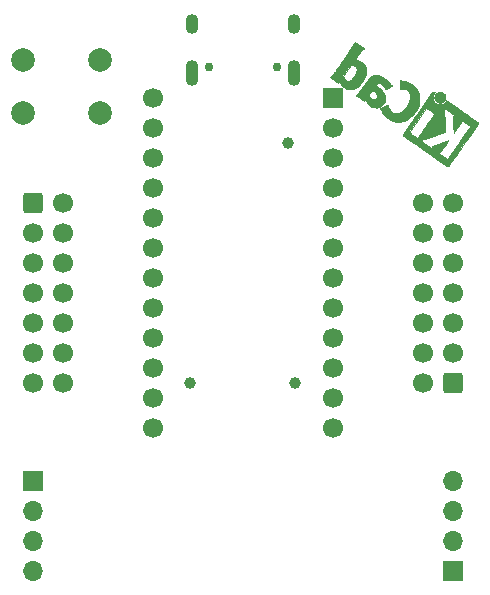
<source format=gbs>
%TF.GenerationSoftware,KiCad,Pcbnew,(6.0.6-1)-1*%
%TF.CreationDate,2022-07-19T11:21:11+08:00*%
%TF.ProjectId,Control,436f6e74-726f-46c2-9e6b-696361645f70,V3.2.2*%
%TF.SameCoordinates,PX7df6180PY32de760*%
%TF.FileFunction,Soldermask,Bot*%
%TF.FilePolarity,Negative*%
%FSLAX46Y46*%
G04 Gerber Fmt 4.6, Leading zero omitted, Abs format (unit mm)*
G04 Created by KiCad (PCBNEW (6.0.6-1)-1) date 2022-07-19 11:21:11*
%MOMM*%
%LPD*%
G01*
G04 APERTURE LIST*
G04 Aperture macros list*
%AMRoundRect*
0 Rectangle with rounded corners*
0 $1 Rounding radius*
0 $2 $3 $4 $5 $6 $7 $8 $9 X,Y pos of 4 corners*
0 Add a 4 corners polygon primitive as box body*
4,1,4,$2,$3,$4,$5,$6,$7,$8,$9,$2,$3,0*
0 Add four circle primitives for the rounded corners*
1,1,$1+$1,$2,$3*
1,1,$1+$1,$4,$5*
1,1,$1+$1,$6,$7*
1,1,$1+$1,$8,$9*
0 Add four rect primitives between the rounded corners*
20,1,$1+$1,$2,$3,$4,$5,0*
20,1,$1+$1,$4,$5,$6,$7,0*
20,1,$1+$1,$6,$7,$8,$9,0*
20,1,$1+$1,$8,$9,$2,$3,0*%
G04 Aperture macros list end*
%ADD10C,0.010000*%
%ADD11RoundRect,0.250000X-0.600000X-0.600000X0.600000X-0.600000X0.600000X0.600000X-0.600000X0.600000X0*%
%ADD12C,1.700000*%
%ADD13RoundRect,0.250000X0.600000X0.600000X-0.600000X0.600000X-0.600000X-0.600000X0.600000X-0.600000X0*%
%ADD14C,2.000000*%
%ADD15R,1.700000X1.700000*%
%ADD16O,1.700000X1.700000*%
%ADD17C,1.000000*%
%ADD18C,0.750000*%
%ADD19O,1.100000X1.700000*%
%ADD20O,1.100000X2.200000*%
G04 APERTURE END LIST*
%TO.C,REF\u002A\u002A*%
G36*
X19543760Y-432368D02*
G01*
X19523914Y-459850D01*
X19478015Y-519073D01*
X19436106Y-565659D01*
X19393547Y-604934D01*
X19284874Y-682770D01*
X19167605Y-740562D01*
X19044073Y-777227D01*
X18915495Y-792616D01*
X18783088Y-786589D01*
X18648070Y-759000D01*
X18511656Y-709703D01*
X18478702Y-693603D01*
X18410574Y-653178D01*
X18338041Y-602796D01*
X18267369Y-547223D01*
X18204822Y-491228D01*
X18156667Y-439579D01*
X18103179Y-365223D01*
X18044523Y-257385D01*
X18003520Y-146255D01*
X17981904Y-68876D01*
X17924131Y-145698D01*
X17866357Y-222520D01*
X17519943Y20041D01*
X17511011Y26300D01*
X17433787Y80746D01*
X17363184Y131115D01*
X17301192Y175945D01*
X17249801Y213772D01*
X17210999Y243132D01*
X17186780Y262564D01*
X17179131Y270604D01*
X17179412Y270968D01*
X17194097Y279672D01*
X17220156Y289307D01*
X17226794Y291291D01*
X17243888Y296451D01*
X17259396Y301976D01*
X17274368Y309149D01*
X17289859Y319258D01*
X17306921Y333585D01*
X17308640Y335317D01*
X18313157Y335317D01*
X18317335Y263404D01*
X18319028Y243615D01*
X18332927Y181839D01*
X18362059Y117702D01*
X18367807Y107357D01*
X18389882Y71274D01*
X18412736Y42864D01*
X18442420Y15467D01*
X18484984Y-17575D01*
X18499584Y-28293D01*
X18562949Y-69190D01*
X18619534Y-94260D01*
X18674845Y-105420D01*
X18734380Y-104593D01*
X18741054Y-103879D01*
X18812670Y-86103D01*
X18872369Y-49987D01*
X18923029Y6161D01*
X18958167Y68952D01*
X18974077Y134779D01*
X18970789Y207748D01*
X18952722Y277714D01*
X18916250Y351896D01*
X18861237Y424230D01*
X18786407Y496362D01*
X18690487Y569940D01*
X18683198Y575025D01*
X18637403Y606118D01*
X18597914Y631531D01*
X18568736Y648759D01*
X18553877Y655302D01*
X18546821Y652348D01*
X18530545Y636724D01*
X18505680Y606387D01*
X18471056Y559885D01*
X18425507Y495769D01*
X18313157Y335317D01*
X17308640Y335317D01*
X17326607Y353416D01*
X17349969Y380036D01*
X17378062Y414729D01*
X17411936Y458780D01*
X17452644Y513475D01*
X17501240Y580098D01*
X17558777Y659933D01*
X17626307Y754267D01*
X17704883Y864383D01*
X17795556Y991566D01*
X17878469Y1107794D01*
X17962844Y1225812D01*
X18036315Y1328081D01*
X18100039Y1416026D01*
X18155175Y1491076D01*
X18202879Y1554655D01*
X18244309Y1608192D01*
X18280620Y1653113D01*
X18312972Y1690844D01*
X18342521Y1722812D01*
X18370424Y1750445D01*
X18397838Y1775168D01*
X18425921Y1798408D01*
X18455830Y1821593D01*
X18488723Y1846148D01*
X18526102Y1872553D01*
X18614142Y1923487D01*
X18703920Y1958008D01*
X18802833Y1979249D01*
X18902863Y1986800D01*
X19023905Y1977343D01*
X19149037Y1947739D01*
X19279131Y1897707D01*
X19415055Y1826965D01*
X19557679Y1735233D01*
X19604977Y1701629D01*
X19657463Y1662378D01*
X19705167Y1623642D01*
X19751261Y1582416D01*
X19798919Y1535698D01*
X19851312Y1480483D01*
X19911615Y1413768D01*
X19982999Y1332547D01*
X20002367Y1310412D01*
X20053707Y1252543D01*
X20102119Y1199058D01*
X20144658Y1153148D01*
X20178385Y1118001D01*
X20200359Y1096807D01*
X20221408Y1077577D01*
X20239906Y1058182D01*
X20245370Y1048552D01*
X20237755Y1043094D01*
X20213289Y1026909D01*
X20174524Y1001761D01*
X20124054Y969325D01*
X20064473Y931270D01*
X19998372Y889272D01*
X19983911Y880121D01*
X19900335Y828034D01*
X19834830Y788773D01*
X19787079Y762160D01*
X19756768Y748020D01*
X19743579Y746173D01*
X19738456Y752259D01*
X19722402Y775274D01*
X19699850Y810073D01*
X19673971Y851846D01*
X19618333Y937195D01*
X19529799Y1049280D01*
X19428578Y1150881D01*
X19399765Y1175940D01*
X19316425Y1236937D01*
X19237514Y1276107D01*
X19161970Y1293438D01*
X19088734Y1288917D01*
X19016745Y1262530D01*
X18944942Y1214266D01*
X18872267Y1144110D01*
X18832360Y1100053D01*
X18968858Y1012752D01*
X19073465Y941497D01*
X19193871Y849399D01*
X19307105Y752309D01*
X19405980Y656090D01*
X19450383Y606762D01*
X19534094Y495751D01*
X19601790Y379256D01*
X19652442Y259949D01*
X19685023Y140508D01*
X19698507Y23606D01*
X19691865Y-88079D01*
X19681482Y-144742D01*
X19661916Y-217382D01*
X19634373Y-285042D01*
X19595953Y-354459D01*
X19545534Y-429721D01*
X19543760Y-432368D01*
G37*
D10*
X19543760Y-432368D02*
X19523914Y-459850D01*
X19478015Y-519073D01*
X19436106Y-565659D01*
X19393547Y-604934D01*
X19284874Y-682770D01*
X19167605Y-740562D01*
X19044073Y-777227D01*
X18915495Y-792616D01*
X18783088Y-786589D01*
X18648070Y-759000D01*
X18511656Y-709703D01*
X18478702Y-693603D01*
X18410574Y-653178D01*
X18338041Y-602796D01*
X18267369Y-547223D01*
X18204822Y-491228D01*
X18156667Y-439579D01*
X18103179Y-365223D01*
X18044523Y-257385D01*
X18003520Y-146255D01*
X17981904Y-68876D01*
X17924131Y-145698D01*
X17866357Y-222520D01*
X17519943Y20041D01*
X17511011Y26300D01*
X17433787Y80746D01*
X17363184Y131115D01*
X17301192Y175945D01*
X17249801Y213772D01*
X17210999Y243132D01*
X17186780Y262564D01*
X17179131Y270604D01*
X17179412Y270968D01*
X17194097Y279672D01*
X17220156Y289307D01*
X17226794Y291291D01*
X17243888Y296451D01*
X17259396Y301976D01*
X17274368Y309149D01*
X17289859Y319258D01*
X17306921Y333585D01*
X17308640Y335317D01*
X18313157Y335317D01*
X18317335Y263404D01*
X18319028Y243615D01*
X18332927Y181839D01*
X18362059Y117702D01*
X18367807Y107357D01*
X18389882Y71274D01*
X18412736Y42864D01*
X18442420Y15467D01*
X18484984Y-17575D01*
X18499584Y-28293D01*
X18562949Y-69190D01*
X18619534Y-94260D01*
X18674845Y-105420D01*
X18734380Y-104593D01*
X18741054Y-103879D01*
X18812670Y-86103D01*
X18872369Y-49987D01*
X18923029Y6161D01*
X18958167Y68952D01*
X18974077Y134779D01*
X18970789Y207748D01*
X18952722Y277714D01*
X18916250Y351896D01*
X18861237Y424230D01*
X18786407Y496362D01*
X18690487Y569940D01*
X18683198Y575025D01*
X18637403Y606118D01*
X18597914Y631531D01*
X18568736Y648759D01*
X18553877Y655302D01*
X18546821Y652348D01*
X18530545Y636724D01*
X18505680Y606387D01*
X18471056Y559885D01*
X18425507Y495769D01*
X18313157Y335317D01*
X17308640Y335317D01*
X17326607Y353416D01*
X17349969Y380036D01*
X17378062Y414729D01*
X17411936Y458780D01*
X17452644Y513475D01*
X17501240Y580098D01*
X17558777Y659933D01*
X17626307Y754267D01*
X17704883Y864383D01*
X17795556Y991566D01*
X17878469Y1107794D01*
X17962844Y1225812D01*
X18036315Y1328081D01*
X18100039Y1416026D01*
X18155175Y1491076D01*
X18202879Y1554655D01*
X18244309Y1608192D01*
X18280620Y1653113D01*
X18312972Y1690844D01*
X18342521Y1722812D01*
X18370424Y1750445D01*
X18397838Y1775168D01*
X18425921Y1798408D01*
X18455830Y1821593D01*
X18488723Y1846148D01*
X18526102Y1872553D01*
X18614142Y1923487D01*
X18703920Y1958008D01*
X18802833Y1979249D01*
X18902863Y1986800D01*
X19023905Y1977343D01*
X19149037Y1947739D01*
X19279131Y1897707D01*
X19415055Y1826965D01*
X19557679Y1735233D01*
X19604977Y1701629D01*
X19657463Y1662378D01*
X19705167Y1623642D01*
X19751261Y1582416D01*
X19798919Y1535698D01*
X19851312Y1480483D01*
X19911615Y1413768D01*
X19982999Y1332547D01*
X20002367Y1310412D01*
X20053707Y1252543D01*
X20102119Y1199058D01*
X20144658Y1153148D01*
X20178385Y1118001D01*
X20200359Y1096807D01*
X20221408Y1077577D01*
X20239906Y1058182D01*
X20245370Y1048552D01*
X20237755Y1043094D01*
X20213289Y1026909D01*
X20174524Y1001761D01*
X20124054Y969325D01*
X20064473Y931270D01*
X19998372Y889272D01*
X19983911Y880121D01*
X19900335Y828034D01*
X19834830Y788773D01*
X19787079Y762160D01*
X19756768Y748020D01*
X19743579Y746173D01*
X19738456Y752259D01*
X19722402Y775274D01*
X19699850Y810073D01*
X19673971Y851846D01*
X19618333Y937195D01*
X19529799Y1049280D01*
X19428578Y1150881D01*
X19399765Y1175940D01*
X19316425Y1236937D01*
X19237514Y1276107D01*
X19161970Y1293438D01*
X19088734Y1288917D01*
X19016745Y1262530D01*
X18944942Y1214266D01*
X18872267Y1144110D01*
X18832360Y1100053D01*
X18968858Y1012752D01*
X19073465Y941497D01*
X19193871Y849399D01*
X19307105Y752309D01*
X19405980Y656090D01*
X19450383Y606762D01*
X19534094Y495751D01*
X19601790Y379256D01*
X19652442Y259949D01*
X19685023Y140508D01*
X19698507Y23606D01*
X19691865Y-88079D01*
X19681482Y-144742D01*
X19661916Y-217382D01*
X19634373Y-285042D01*
X19595953Y-354459D01*
X19545534Y-429721D01*
X19543760Y-432368D01*
G36*
X24429690Y532293D02*
G01*
X24522457Y496927D01*
X24609846Y440613D01*
X24667547Y387668D01*
X24719729Y317921D01*
X24755184Y237634D01*
X24776323Y142484D01*
X24782510Y84114D01*
X24781299Y13675D01*
X24767161Y-50434D01*
X24738413Y-114879D01*
X24693376Y-186324D01*
X24666714Y-223915D01*
X24641306Y-256350D01*
X24618316Y-279478D01*
X24592355Y-298583D01*
X24558031Y-318945D01*
X24530982Y-333257D01*
X24433876Y-369885D01*
X24335175Y-385237D01*
X24237312Y-379123D01*
X24142717Y-351352D01*
X24111605Y-338082D01*
X24074510Y-320494D01*
X24046464Y-303083D01*
X24020070Y-280974D01*
X23987934Y-249291D01*
X23953065Y-209708D01*
X23900665Y-126762D01*
X23867010Y-36938D01*
X23852137Y56569D01*
X23856077Y150568D01*
X23878864Y241866D01*
X23920532Y327270D01*
X23981113Y403590D01*
X24057867Y467418D01*
X24145636Y514277D01*
X24238629Y540812D01*
X24334198Y546870D01*
X24429690Y532293D01*
G37*
X24429690Y532293D02*
X24522457Y496927D01*
X24609846Y440613D01*
X24667547Y387668D01*
X24719729Y317921D01*
X24755184Y237634D01*
X24776323Y142484D01*
X24782510Y84114D01*
X24781299Y13675D01*
X24767161Y-50434D01*
X24738413Y-114879D01*
X24693376Y-186324D01*
X24666714Y-223915D01*
X24641306Y-256350D01*
X24618316Y-279478D01*
X24592355Y-298583D01*
X24558031Y-318945D01*
X24530982Y-333257D01*
X24433876Y-369885D01*
X24335175Y-385237D01*
X24237312Y-379123D01*
X24142717Y-351352D01*
X24111605Y-338082D01*
X24074510Y-320494D01*
X24046464Y-303083D01*
X24020070Y-280974D01*
X23987934Y-249291D01*
X23953065Y-209708D01*
X23900665Y-126762D01*
X23867010Y-36938D01*
X23852137Y56569D01*
X23856077Y150568D01*
X23878864Y241866D01*
X23920532Y327270D01*
X23981113Y403590D01*
X24057867Y467418D01*
X24145636Y514277D01*
X24238629Y540812D01*
X24334198Y546870D01*
X24429690Y532293D01*
G36*
X20982343Y1495720D02*
G01*
X20991644Y1492317D01*
X21020944Y1485396D01*
X21065634Y1476624D01*
X21121668Y1466781D01*
X21185005Y1456646D01*
X21197414Y1454725D01*
X21388467Y1417714D01*
X21561691Y1369062D01*
X21719007Y1307910D01*
X21862331Y1233402D01*
X21993584Y1144678D01*
X22114682Y1040880D01*
X22182926Y971744D01*
X22291670Y840615D01*
X22381657Y700585D01*
X22454006Y549506D01*
X22509836Y385233D01*
X22550267Y205617D01*
X22560238Y143381D01*
X22576387Y-29318D01*
X22573609Y-195800D01*
X22551634Y-360987D01*
X22510196Y-529802D01*
X22506676Y-541484D01*
X22441019Y-722576D01*
X22355877Y-902388D01*
X22253656Y-1077465D01*
X22136758Y-1244354D01*
X22007594Y-1399600D01*
X21868565Y-1539750D01*
X21722080Y-1661348D01*
X21618878Y-1732278D01*
X21461679Y-1821068D01*
X21296790Y-1893507D01*
X21127800Y-1948291D01*
X20958295Y-1984113D01*
X20791867Y-1999669D01*
X20698163Y-1998366D01*
X20554290Y-1982628D01*
X20407992Y-1951870D01*
X20266181Y-1907653D01*
X20135768Y-1851538D01*
X20123248Y-1844827D01*
X20085752Y-1822635D01*
X20037078Y-1792022D01*
X19982138Y-1756113D01*
X19925844Y-1718033D01*
X19823320Y-1643403D01*
X19709786Y-1548030D01*
X19611171Y-1448456D01*
X19523287Y-1340756D01*
X19508911Y-1320399D01*
X19480806Y-1276938D01*
X19448849Y-1224122D01*
X19414749Y-1165146D01*
X19380215Y-1103204D01*
X19346959Y-1041495D01*
X19316692Y-983213D01*
X19291122Y-931553D01*
X19271962Y-889712D01*
X19260921Y-860885D01*
X19259709Y-848269D01*
X19262673Y-846566D01*
X19283243Y-836670D01*
X19320803Y-819439D01*
X19372749Y-796041D01*
X19436477Y-767646D01*
X19509383Y-735422D01*
X19588862Y-700539D01*
X19907851Y-561007D01*
X19920424Y-624173D01*
X19950375Y-740763D01*
X20000666Y-867015D01*
X20066159Y-978838D01*
X20145993Y-1074800D01*
X20239304Y-1153468D01*
X20274042Y-1176153D01*
X20380760Y-1228591D01*
X20493241Y-1259747D01*
X20610065Y-1269587D01*
X20729814Y-1258078D01*
X20851068Y-1225185D01*
X20972410Y-1170876D01*
X21005394Y-1152155D01*
X21113963Y-1077430D01*
X21222073Y-984269D01*
X21327475Y-875741D01*
X21427919Y-754915D01*
X21521156Y-624855D01*
X21604936Y-488632D01*
X21677010Y-349312D01*
X21735128Y-209962D01*
X21777040Y-73651D01*
X21796056Y18742D01*
X21808014Y148790D01*
X21799937Y268732D01*
X21771708Y378971D01*
X21723209Y479908D01*
X21654324Y571946D01*
X21564937Y655485D01*
X21508758Y696251D01*
X21399929Y755045D01*
X21285182Y792543D01*
X21165969Y808335D01*
X21043750Y802012D01*
X21022550Y799184D01*
X20982297Y794993D01*
X20954144Y793737D01*
X20943189Y795732D01*
X20942820Y798665D01*
X20941797Y822424D01*
X20941382Y863396D01*
X20941505Y918265D01*
X20942098Y983717D01*
X20943097Y1056435D01*
X20944432Y1133101D01*
X20946036Y1210403D01*
X20947842Y1285023D01*
X20949782Y1353644D01*
X20951789Y1412953D01*
X20953796Y1459633D01*
X20955735Y1490367D01*
X20957539Y1501840D01*
X20963729Y1502640D01*
X20982343Y1495720D01*
G37*
X20982343Y1495720D02*
X20991644Y1492317D01*
X21020944Y1485396D01*
X21065634Y1476624D01*
X21121668Y1466781D01*
X21185005Y1456646D01*
X21197414Y1454725D01*
X21388467Y1417714D01*
X21561691Y1369062D01*
X21719007Y1307910D01*
X21862331Y1233402D01*
X21993584Y1144678D01*
X22114682Y1040880D01*
X22182926Y971744D01*
X22291670Y840615D01*
X22381657Y700585D01*
X22454006Y549506D01*
X22509836Y385233D01*
X22550267Y205617D01*
X22560238Y143381D01*
X22576387Y-29318D01*
X22573609Y-195800D01*
X22551634Y-360987D01*
X22510196Y-529802D01*
X22506676Y-541484D01*
X22441019Y-722576D01*
X22355877Y-902388D01*
X22253656Y-1077465D01*
X22136758Y-1244354D01*
X22007594Y-1399600D01*
X21868565Y-1539750D01*
X21722080Y-1661348D01*
X21618878Y-1732278D01*
X21461679Y-1821068D01*
X21296790Y-1893507D01*
X21127800Y-1948291D01*
X20958295Y-1984113D01*
X20791867Y-1999669D01*
X20698163Y-1998366D01*
X20554290Y-1982628D01*
X20407992Y-1951870D01*
X20266181Y-1907653D01*
X20135768Y-1851538D01*
X20123248Y-1844827D01*
X20085752Y-1822635D01*
X20037078Y-1792022D01*
X19982138Y-1756113D01*
X19925844Y-1718033D01*
X19823320Y-1643403D01*
X19709786Y-1548030D01*
X19611171Y-1448456D01*
X19523287Y-1340756D01*
X19508911Y-1320399D01*
X19480806Y-1276938D01*
X19448849Y-1224122D01*
X19414749Y-1165146D01*
X19380215Y-1103204D01*
X19346959Y-1041495D01*
X19316692Y-983213D01*
X19291122Y-931553D01*
X19271962Y-889712D01*
X19260921Y-860885D01*
X19259709Y-848269D01*
X19262673Y-846566D01*
X19283243Y-836670D01*
X19320803Y-819439D01*
X19372749Y-796041D01*
X19436477Y-767646D01*
X19509383Y-735422D01*
X19588862Y-700539D01*
X19907851Y-561007D01*
X19920424Y-624173D01*
X19950375Y-740763D01*
X20000666Y-867015D01*
X20066159Y-978838D01*
X20145993Y-1074800D01*
X20239304Y-1153468D01*
X20274042Y-1176153D01*
X20380760Y-1228591D01*
X20493241Y-1259747D01*
X20610065Y-1269587D01*
X20729814Y-1258078D01*
X20851068Y-1225185D01*
X20972410Y-1170876D01*
X21005394Y-1152155D01*
X21113963Y-1077430D01*
X21222073Y-984269D01*
X21327475Y-875741D01*
X21427919Y-754915D01*
X21521156Y-624855D01*
X21604936Y-488632D01*
X21677010Y-349312D01*
X21735128Y-209962D01*
X21777040Y-73651D01*
X21796056Y18742D01*
X21808014Y148790D01*
X21799937Y268732D01*
X21771708Y378971D01*
X21723209Y479908D01*
X21654324Y571946D01*
X21564937Y655485D01*
X21508758Y696251D01*
X21399929Y755045D01*
X21285182Y792543D01*
X21165969Y808335D01*
X21043750Y802012D01*
X21022550Y799184D01*
X20982297Y794993D01*
X20954144Y793737D01*
X20943189Y795732D01*
X20942820Y798665D01*
X20941797Y822424D01*
X20941382Y863396D01*
X20941505Y918265D01*
X20942098Y983717D01*
X20943097Y1056435D01*
X20944432Y1133101D01*
X20946036Y1210403D01*
X20947842Y1285023D01*
X20949782Y1353644D01*
X20951789Y1412953D01*
X20953796Y1459633D01*
X20955735Y1490367D01*
X20957539Y1501840D01*
X20963729Y1502640D01*
X20982343Y1495720D01*
G36*
X27178714Y-2687815D02*
G01*
X27103814Y-2795558D01*
X27019629Y-2916315D01*
X26925638Y-3050872D01*
X26821323Y-3200014D01*
X26706165Y-3364527D01*
X26579645Y-3545199D01*
X26441243Y-3742814D01*
X26290440Y-3958158D01*
X26266263Y-3992686D01*
X26116793Y-4206194D01*
X25979667Y-4402099D01*
X25854322Y-4581149D01*
X25740201Y-4744095D01*
X25636742Y-4891685D01*
X25543386Y-5024667D01*
X25459569Y-5143790D01*
X25384735Y-5249803D01*
X25318321Y-5343456D01*
X25259769Y-5425496D01*
X25208517Y-5496670D01*
X25164005Y-5557731D01*
X25125673Y-5609426D01*
X25092960Y-5652503D01*
X25065308Y-5687711D01*
X25042154Y-5715799D01*
X25022938Y-5737516D01*
X25007101Y-5753611D01*
X24994083Y-5764832D01*
X24983322Y-5771928D01*
X24974259Y-5775649D01*
X24966333Y-5776741D01*
X24958983Y-5775956D01*
X24951651Y-5774040D01*
X24943775Y-5771743D01*
X24934795Y-5769814D01*
X24930269Y-5768681D01*
X24922168Y-5765409D01*
X24910731Y-5759598D01*
X24895200Y-5750730D01*
X24874819Y-5738281D01*
X24848828Y-5721730D01*
X24816473Y-5700556D01*
X24776993Y-5674238D01*
X24729635Y-5642254D01*
X24673638Y-5604083D01*
X24608247Y-5559201D01*
X24532703Y-5507091D01*
X24446249Y-5447227D01*
X24348129Y-5379091D01*
X24237584Y-5302159D01*
X24113858Y-5215911D01*
X23976192Y-5119825D01*
X23823831Y-5013381D01*
X23656015Y-4896055D01*
X23471989Y-4767327D01*
X23270994Y-4626675D01*
X23052274Y-4473578D01*
X23020830Y-4451566D01*
X22803403Y-4299375D01*
X22603609Y-4159533D01*
X22420706Y-4031491D01*
X22253951Y-3914698D01*
X22102602Y-3808608D01*
X21965916Y-3712671D01*
X21843149Y-3626338D01*
X21733561Y-3549060D01*
X21726707Y-3544208D01*
X22629900Y-3544208D01*
X23575561Y-4206367D01*
X23618749Y-4143584D01*
X23643778Y-4109788D01*
X23669020Y-4083727D01*
X23700875Y-4060177D01*
X23746276Y-4033132D01*
X23752746Y-4029508D01*
X23801965Y-4003497D01*
X23851451Y-3979562D01*
X23891394Y-3962480D01*
X23898939Y-3959668D01*
X23934905Y-3946713D01*
X23987039Y-3928357D01*
X24052842Y-3905450D01*
X24129811Y-3878843D01*
X24215446Y-3849387D01*
X24307247Y-3817933D01*
X24402712Y-3785329D01*
X24499340Y-3752429D01*
X24594630Y-3720081D01*
X24686082Y-3689137D01*
X24771195Y-3660449D01*
X24847467Y-3634865D01*
X24912398Y-3613237D01*
X24963487Y-3596415D01*
X24998232Y-3585251D01*
X25014133Y-3580595D01*
X25020273Y-3579625D01*
X25024876Y-3580359D01*
X25026168Y-3584455D01*
X25023168Y-3593415D01*
X25014897Y-3608741D01*
X25000374Y-3631935D01*
X24978620Y-3664497D01*
X24948653Y-3707932D01*
X24909495Y-3763738D01*
X24860163Y-3833419D01*
X24799680Y-3918477D01*
X24727063Y-4020411D01*
X24701115Y-4056811D01*
X24630725Y-4155353D01*
X24571645Y-4237641D01*
X24522615Y-4305334D01*
X24482368Y-4360095D01*
X24449643Y-4403585D01*
X24423175Y-4437463D01*
X24401701Y-4463393D01*
X24383958Y-4483033D01*
X24368682Y-4498048D01*
X24354610Y-4510096D01*
X24332686Y-4526990D01*
X24277784Y-4564237D01*
X24226284Y-4592635D01*
X24184419Y-4608577D01*
X24182619Y-4609062D01*
X24178346Y-4611379D01*
X24178049Y-4615569D01*
X24183184Y-4622735D01*
X24195203Y-4633981D01*
X24215562Y-4650411D01*
X24245713Y-4673130D01*
X24287115Y-4703242D01*
X24341219Y-4741849D01*
X24409480Y-4790057D01*
X24493354Y-4848969D01*
X24594293Y-4919690D01*
X25029725Y-5224583D01*
X25031012Y-5155147D01*
X25031121Y-5144371D01*
X25031059Y-5126230D01*
X25031189Y-5109661D01*
X25032145Y-5093658D01*
X25034562Y-5077218D01*
X25039077Y-5059332D01*
X25046325Y-5038996D01*
X25056939Y-5015207D01*
X25071557Y-4986957D01*
X25090812Y-4953243D01*
X25115340Y-4913058D01*
X25145777Y-4865398D01*
X25182757Y-4809257D01*
X25226916Y-4743630D01*
X25278888Y-4667512D01*
X25339311Y-4579898D01*
X25408817Y-4479783D01*
X25488044Y-4366161D01*
X25577624Y-4238027D01*
X25678194Y-4094376D01*
X25790391Y-3934202D01*
X25914847Y-3756502D01*
X25985172Y-3656052D01*
X26102763Y-3488051D01*
X26208477Y-3337046D01*
X26303043Y-3202100D01*
X26387185Y-3082274D01*
X26461631Y-2976626D01*
X26527110Y-2884220D01*
X26584346Y-2804115D01*
X26634069Y-2735372D01*
X26677004Y-2677052D01*
X26713879Y-2628215D01*
X26745420Y-2587923D01*
X26772356Y-2555236D01*
X26795412Y-2529214D01*
X26815315Y-2508919D01*
X26832793Y-2493411D01*
X26848573Y-2481752D01*
X26863382Y-2473000D01*
X26877947Y-2466219D01*
X26892995Y-2460467D01*
X26909252Y-2454806D01*
X26927447Y-2448297D01*
X26993219Y-2423737D01*
X26125014Y-1815813D01*
X26119947Y-1889295D01*
X26117612Y-1918227D01*
X26113701Y-1949158D01*
X26107484Y-1979126D01*
X26097903Y-2010079D01*
X26083895Y-2043966D01*
X26064399Y-2082734D01*
X26038356Y-2128333D01*
X26004704Y-2182711D01*
X25962383Y-2247816D01*
X25910332Y-2325597D01*
X25847491Y-2418003D01*
X25772797Y-2526981D01*
X25704719Y-2625791D01*
X25638157Y-2721562D01*
X25583191Y-2799619D01*
X25539987Y-2859735D01*
X25508708Y-2901679D01*
X25489519Y-2925224D01*
X25482584Y-2930144D01*
X25481970Y-2925687D01*
X25479401Y-2897703D01*
X25475994Y-2850736D01*
X25471887Y-2787497D01*
X25467226Y-2710699D01*
X25462149Y-2623057D01*
X25456798Y-2527284D01*
X25451316Y-2426092D01*
X25445845Y-2322197D01*
X25440524Y-2218309D01*
X25435497Y-2117144D01*
X25430904Y-2021415D01*
X25426888Y-1933834D01*
X25423589Y-1857115D01*
X25421149Y-1793972D01*
X25419711Y-1747117D01*
X25419414Y-1719265D01*
X25423760Y-1634067D01*
X25436757Y-1545812D01*
X25458281Y-1477535D01*
X25488467Y-1428667D01*
X25520318Y-1392400D01*
X24593091Y-743454D01*
X24607902Y-791186D01*
X24611361Y-802602D01*
X24631741Y-883220D01*
X24649210Y-978246D01*
X24664201Y-1090381D01*
X24677150Y-1222334D01*
X24679355Y-1249110D01*
X24684333Y-1313100D01*
X24690150Y-1391538D01*
X24696664Y-1482252D01*
X24703732Y-1583064D01*
X24711217Y-1691802D01*
X24718973Y-1806289D01*
X24726863Y-1924350D01*
X24728466Y-1948643D01*
X24734743Y-2043812D01*
X24742473Y-2162498D01*
X24749912Y-2278236D01*
X24756917Y-2388848D01*
X24763349Y-2492161D01*
X24769066Y-2585999D01*
X24773926Y-2668188D01*
X24777790Y-2736553D01*
X24780514Y-2788919D01*
X24781959Y-2823111D01*
X24781982Y-2836954D01*
X24778189Y-2839306D01*
X24755843Y-2848762D01*
X24715122Y-2864474D01*
X24657918Y-2885779D01*
X24586126Y-2912014D01*
X24501641Y-2942515D01*
X24406356Y-2976621D01*
X24302164Y-3013668D01*
X24190961Y-3052990D01*
X24074640Y-3093929D01*
X23955094Y-3135819D01*
X23834218Y-3177998D01*
X23713907Y-3219801D01*
X23596053Y-3260566D01*
X23482552Y-3299631D01*
X23375296Y-3336332D01*
X23276181Y-3370006D01*
X23187099Y-3399989D01*
X23109946Y-3425620D01*
X23046613Y-3446234D01*
X22998998Y-3461169D01*
X22967725Y-3470222D01*
X22898880Y-3488266D01*
X22825291Y-3505688D01*
X22758339Y-3519717D01*
X22629900Y-3544208D01*
X21726707Y-3544208D01*
X21636407Y-3480288D01*
X21550945Y-3419476D01*
X21476433Y-3366070D01*
X21412127Y-3319525D01*
X21357286Y-3279292D01*
X21311167Y-3244820D01*
X21273026Y-3215563D01*
X21242121Y-3190970D01*
X21217710Y-3170493D01*
X21199050Y-3153583D01*
X21185399Y-3139692D01*
X21176013Y-3128268D01*
X21170150Y-3118767D01*
X21167067Y-3110637D01*
X21166022Y-3103330D01*
X21166271Y-3096297D01*
X21167074Y-3088989D01*
X21167686Y-3080857D01*
X21167860Y-3078720D01*
X21169207Y-3072940D01*
X21172314Y-3064969D01*
X21177717Y-3054031D01*
X21185948Y-3039351D01*
X21197541Y-3020153D01*
X21213028Y-2995659D01*
X21232945Y-2965096D01*
X21257823Y-2927687D01*
X21288196Y-2882654D01*
X21307750Y-2853953D01*
X21661387Y-2853953D01*
X21663838Y-2857222D01*
X21681729Y-2872223D01*
X21715371Y-2898019D01*
X21762994Y-2933320D01*
X21822833Y-2976833D01*
X21893119Y-3027267D01*
X21972084Y-3083331D01*
X22057963Y-3143733D01*
X22114441Y-3183217D01*
X22195072Y-3239360D01*
X22268583Y-3290279D01*
X22333085Y-3334678D01*
X22386684Y-3371263D01*
X22427493Y-3398739D01*
X22453619Y-3415810D01*
X22463171Y-3421184D01*
X22464044Y-3417864D01*
X22465819Y-3397640D01*
X22466864Y-3366273D01*
X22467052Y-3351185D01*
X22467576Y-3334377D01*
X22469130Y-3318043D01*
X22472460Y-3300999D01*
X22478313Y-3282061D01*
X22487436Y-3260044D01*
X22500575Y-3233765D01*
X22518478Y-3202039D01*
X22541892Y-3163680D01*
X22571563Y-3117507D01*
X22608237Y-3062333D01*
X22652664Y-2996976D01*
X22705590Y-2920251D01*
X22767760Y-2830972D01*
X22839922Y-2727957D01*
X22922824Y-2610021D01*
X23017210Y-2475979D01*
X23123831Y-2324649D01*
X23226856Y-2178444D01*
X23318405Y-2048617D01*
X23398611Y-1935020D01*
X23468301Y-1836530D01*
X23528297Y-1752022D01*
X23579424Y-1680372D01*
X23622503Y-1620458D01*
X23658360Y-1571154D01*
X23687818Y-1531338D01*
X23711701Y-1499885D01*
X23730834Y-1475671D01*
X23746038Y-1457572D01*
X23758138Y-1444464D01*
X23767958Y-1435224D01*
X23776323Y-1428728D01*
X23784054Y-1423852D01*
X23791914Y-1419424D01*
X23829134Y-1400522D01*
X23861818Y-1386598D01*
X23863526Y-1385984D01*
X23888026Y-1375978D01*
X23900298Y-1368754D01*
X23899733Y-1367805D01*
X23886474Y-1356756D01*
X23857212Y-1334651D01*
X23813896Y-1302900D01*
X23758477Y-1262912D01*
X23692904Y-1216099D01*
X23619126Y-1163867D01*
X23539093Y-1107627D01*
X23174032Y-852008D01*
X22496490Y-1814277D01*
X21818948Y-2776545D01*
X21763338Y-2809524D01*
X21739484Y-2822805D01*
X21708012Y-2837697D01*
X21687399Y-2844171D01*
X21676241Y-2846162D01*
X21661387Y-2853953D01*
X21307750Y-2853953D01*
X21324598Y-2829224D01*
X21367562Y-2766619D01*
X21417621Y-2694064D01*
X21475309Y-2610782D01*
X21541159Y-2515999D01*
X21615704Y-2408937D01*
X21699478Y-2288821D01*
X21793015Y-2154876D01*
X21896848Y-2006324D01*
X22011509Y-1842391D01*
X22137532Y-1662299D01*
X22275452Y-1465272D01*
X22425801Y-1250537D01*
X23682834Y544693D01*
X23736290Y554118D01*
X23772109Y558016D01*
X23800911Y552254D01*
X23832283Y533759D01*
X23874821Y503973D01*
X23824381Y431938D01*
X23797350Y389954D01*
X23749392Y288735D01*
X23721518Y184388D01*
X23712767Y79223D01*
X23722184Y-24447D01*
X23748811Y-124313D01*
X23791689Y-218062D01*
X23849863Y-303383D01*
X23922373Y-377965D01*
X24008263Y-439496D01*
X24106574Y-485667D01*
X24216349Y-514164D01*
X24328988Y-522391D01*
X24441598Y-509888D01*
X24548406Y-477164D01*
X24646887Y-425265D01*
X24734516Y-355241D01*
X24808769Y-268139D01*
X24864284Y-188856D01*
X26191599Y-1118252D01*
X26364551Y-1239370D01*
X26531730Y-1356491D01*
X26682123Y-1461919D01*
X26816621Y-1556294D01*
X26936112Y-1640252D01*
X27041486Y-1714431D01*
X27133636Y-1779470D01*
X27213447Y-1836006D01*
X27281809Y-1884677D01*
X27339614Y-1926122D01*
X27387750Y-1960978D01*
X27427106Y-1989883D01*
X27458574Y-2013475D01*
X27483040Y-2032393D01*
X27501397Y-2047273D01*
X27514532Y-2058754D01*
X27523335Y-2067475D01*
X27528698Y-2074071D01*
X27531507Y-2079183D01*
X27534371Y-2085545D01*
X27537894Y-2092325D01*
X27540959Y-2098756D01*
X27543045Y-2105625D01*
X27543632Y-2113714D01*
X27542202Y-2123814D01*
X27538235Y-2136708D01*
X27531213Y-2153183D01*
X27520617Y-2174026D01*
X27505925Y-2200021D01*
X27486621Y-2231955D01*
X27462185Y-2270615D01*
X27432098Y-2316785D01*
X27395839Y-2371252D01*
X27352891Y-2434803D01*
X27302733Y-2508223D01*
X27244847Y-2592298D01*
X27241289Y-2597437D01*
X27178714Y-2687815D01*
G37*
X27178714Y-2687815D02*
X27103814Y-2795558D01*
X27019629Y-2916315D01*
X26925638Y-3050872D01*
X26821323Y-3200014D01*
X26706165Y-3364527D01*
X26579645Y-3545199D01*
X26441243Y-3742814D01*
X26290440Y-3958158D01*
X26266263Y-3992686D01*
X26116793Y-4206194D01*
X25979667Y-4402099D01*
X25854322Y-4581149D01*
X25740201Y-4744095D01*
X25636742Y-4891685D01*
X25543386Y-5024667D01*
X25459569Y-5143790D01*
X25384735Y-5249803D01*
X25318321Y-5343456D01*
X25259769Y-5425496D01*
X25208517Y-5496670D01*
X25164005Y-5557731D01*
X25125673Y-5609426D01*
X25092960Y-5652503D01*
X25065308Y-5687711D01*
X25042154Y-5715799D01*
X25022938Y-5737516D01*
X25007101Y-5753611D01*
X24994083Y-5764832D01*
X24983322Y-5771928D01*
X24974259Y-5775649D01*
X24966333Y-5776741D01*
X24958983Y-5775956D01*
X24951651Y-5774040D01*
X24943775Y-5771743D01*
X24934795Y-5769814D01*
X24930269Y-5768681D01*
X24922168Y-5765409D01*
X24910731Y-5759598D01*
X24895200Y-5750730D01*
X24874819Y-5738281D01*
X24848828Y-5721730D01*
X24816473Y-5700556D01*
X24776993Y-5674238D01*
X24729635Y-5642254D01*
X24673638Y-5604083D01*
X24608247Y-5559201D01*
X24532703Y-5507091D01*
X24446249Y-5447227D01*
X24348129Y-5379091D01*
X24237584Y-5302159D01*
X24113858Y-5215911D01*
X23976192Y-5119825D01*
X23823831Y-5013381D01*
X23656015Y-4896055D01*
X23471989Y-4767327D01*
X23270994Y-4626675D01*
X23052274Y-4473578D01*
X23020830Y-4451566D01*
X22803403Y-4299375D01*
X22603609Y-4159533D01*
X22420706Y-4031491D01*
X22253951Y-3914698D01*
X22102602Y-3808608D01*
X21965916Y-3712671D01*
X21843149Y-3626338D01*
X21733561Y-3549060D01*
X21726707Y-3544208D01*
X22629900Y-3544208D01*
X23575561Y-4206367D01*
X23618749Y-4143584D01*
X23643778Y-4109788D01*
X23669020Y-4083727D01*
X23700875Y-4060177D01*
X23746276Y-4033132D01*
X23752746Y-4029508D01*
X23801965Y-4003497D01*
X23851451Y-3979562D01*
X23891394Y-3962480D01*
X23898939Y-3959668D01*
X23934905Y-3946713D01*
X23987039Y-3928357D01*
X24052842Y-3905450D01*
X24129811Y-3878843D01*
X24215446Y-3849387D01*
X24307247Y-3817933D01*
X24402712Y-3785329D01*
X24499340Y-3752429D01*
X24594630Y-3720081D01*
X24686082Y-3689137D01*
X24771195Y-3660449D01*
X24847467Y-3634865D01*
X24912398Y-3613237D01*
X24963487Y-3596415D01*
X24998232Y-3585251D01*
X25014133Y-3580595D01*
X25020273Y-3579625D01*
X25024876Y-3580359D01*
X25026168Y-3584455D01*
X25023168Y-3593415D01*
X25014897Y-3608741D01*
X25000374Y-3631935D01*
X24978620Y-3664497D01*
X24948653Y-3707932D01*
X24909495Y-3763738D01*
X24860163Y-3833419D01*
X24799680Y-3918477D01*
X24727063Y-4020411D01*
X24701115Y-4056811D01*
X24630725Y-4155353D01*
X24571645Y-4237641D01*
X24522615Y-4305334D01*
X24482368Y-4360095D01*
X24449643Y-4403585D01*
X24423175Y-4437463D01*
X24401701Y-4463393D01*
X24383958Y-4483033D01*
X24368682Y-4498048D01*
X24354610Y-4510096D01*
X24332686Y-4526990D01*
X24277784Y-4564237D01*
X24226284Y-4592635D01*
X24184419Y-4608577D01*
X24182619Y-4609062D01*
X24178346Y-4611379D01*
X24178049Y-4615569D01*
X24183184Y-4622735D01*
X24195203Y-4633981D01*
X24215562Y-4650411D01*
X24245713Y-4673130D01*
X24287115Y-4703242D01*
X24341219Y-4741849D01*
X24409480Y-4790057D01*
X24493354Y-4848969D01*
X24594293Y-4919690D01*
X25029725Y-5224583D01*
X25031012Y-5155147D01*
X25031121Y-5144371D01*
X25031059Y-5126230D01*
X25031189Y-5109661D01*
X25032145Y-5093658D01*
X25034562Y-5077218D01*
X25039077Y-5059332D01*
X25046325Y-5038996D01*
X25056939Y-5015207D01*
X25071557Y-4986957D01*
X25090812Y-4953243D01*
X25115340Y-4913058D01*
X25145777Y-4865398D01*
X25182757Y-4809257D01*
X25226916Y-4743630D01*
X25278888Y-4667512D01*
X25339311Y-4579898D01*
X25408817Y-4479783D01*
X25488044Y-4366161D01*
X25577624Y-4238027D01*
X25678194Y-4094376D01*
X25790391Y-3934202D01*
X25914847Y-3756502D01*
X25985172Y-3656052D01*
X26102763Y-3488051D01*
X26208477Y-3337046D01*
X26303043Y-3202100D01*
X26387185Y-3082274D01*
X26461631Y-2976626D01*
X26527110Y-2884220D01*
X26584346Y-2804115D01*
X26634069Y-2735372D01*
X26677004Y-2677052D01*
X26713879Y-2628215D01*
X26745420Y-2587923D01*
X26772356Y-2555236D01*
X26795412Y-2529214D01*
X26815315Y-2508919D01*
X26832793Y-2493411D01*
X26848573Y-2481752D01*
X26863382Y-2473000D01*
X26877947Y-2466219D01*
X26892995Y-2460467D01*
X26909252Y-2454806D01*
X26927447Y-2448297D01*
X26993219Y-2423737D01*
X26125014Y-1815813D01*
X26119947Y-1889295D01*
X26117612Y-1918227D01*
X26113701Y-1949158D01*
X26107484Y-1979126D01*
X26097903Y-2010079D01*
X26083895Y-2043966D01*
X26064399Y-2082734D01*
X26038356Y-2128333D01*
X26004704Y-2182711D01*
X25962383Y-2247816D01*
X25910332Y-2325597D01*
X25847491Y-2418003D01*
X25772797Y-2526981D01*
X25704719Y-2625791D01*
X25638157Y-2721562D01*
X25583191Y-2799619D01*
X25539987Y-2859735D01*
X25508708Y-2901679D01*
X25489519Y-2925224D01*
X25482584Y-2930144D01*
X25481970Y-2925687D01*
X25479401Y-2897703D01*
X25475994Y-2850736D01*
X25471887Y-2787497D01*
X25467226Y-2710699D01*
X25462149Y-2623057D01*
X25456798Y-2527284D01*
X25451316Y-2426092D01*
X25445845Y-2322197D01*
X25440524Y-2218309D01*
X25435497Y-2117144D01*
X25430904Y-2021415D01*
X25426888Y-1933834D01*
X25423589Y-1857115D01*
X25421149Y-1793972D01*
X25419711Y-1747117D01*
X25419414Y-1719265D01*
X25423760Y-1634067D01*
X25436757Y-1545812D01*
X25458281Y-1477535D01*
X25488467Y-1428667D01*
X25520318Y-1392400D01*
X24593091Y-743454D01*
X24607902Y-791186D01*
X24611361Y-802602D01*
X24631741Y-883220D01*
X24649210Y-978246D01*
X24664201Y-1090381D01*
X24677150Y-1222334D01*
X24679355Y-1249110D01*
X24684333Y-1313100D01*
X24690150Y-1391538D01*
X24696664Y-1482252D01*
X24703732Y-1583064D01*
X24711217Y-1691802D01*
X24718973Y-1806289D01*
X24726863Y-1924350D01*
X24728466Y-1948643D01*
X24734743Y-2043812D01*
X24742473Y-2162498D01*
X24749912Y-2278236D01*
X24756917Y-2388848D01*
X24763349Y-2492161D01*
X24769066Y-2585999D01*
X24773926Y-2668188D01*
X24777790Y-2736553D01*
X24780514Y-2788919D01*
X24781959Y-2823111D01*
X24781982Y-2836954D01*
X24778189Y-2839306D01*
X24755843Y-2848762D01*
X24715122Y-2864474D01*
X24657918Y-2885779D01*
X24586126Y-2912014D01*
X24501641Y-2942515D01*
X24406356Y-2976621D01*
X24302164Y-3013668D01*
X24190961Y-3052990D01*
X24074640Y-3093929D01*
X23955094Y-3135819D01*
X23834218Y-3177998D01*
X23713907Y-3219801D01*
X23596053Y-3260566D01*
X23482552Y-3299631D01*
X23375296Y-3336332D01*
X23276181Y-3370006D01*
X23187099Y-3399989D01*
X23109946Y-3425620D01*
X23046613Y-3446234D01*
X22998998Y-3461169D01*
X22967725Y-3470222D01*
X22898880Y-3488266D01*
X22825291Y-3505688D01*
X22758339Y-3519717D01*
X22629900Y-3544208D01*
X21726707Y-3544208D01*
X21636407Y-3480288D01*
X21550945Y-3419476D01*
X21476433Y-3366070D01*
X21412127Y-3319525D01*
X21357286Y-3279292D01*
X21311167Y-3244820D01*
X21273026Y-3215563D01*
X21242121Y-3190970D01*
X21217710Y-3170493D01*
X21199050Y-3153583D01*
X21185399Y-3139692D01*
X21176013Y-3128268D01*
X21170150Y-3118767D01*
X21167067Y-3110637D01*
X21166022Y-3103330D01*
X21166271Y-3096297D01*
X21167074Y-3088989D01*
X21167686Y-3080857D01*
X21167860Y-3078720D01*
X21169207Y-3072940D01*
X21172314Y-3064969D01*
X21177717Y-3054031D01*
X21185948Y-3039351D01*
X21197541Y-3020153D01*
X21213028Y-2995659D01*
X21232945Y-2965096D01*
X21257823Y-2927687D01*
X21288196Y-2882654D01*
X21307750Y-2853953D01*
X21661387Y-2853953D01*
X21663838Y-2857222D01*
X21681729Y-2872223D01*
X21715371Y-2898019D01*
X21762994Y-2933320D01*
X21822833Y-2976833D01*
X21893119Y-3027267D01*
X21972084Y-3083331D01*
X22057963Y-3143733D01*
X22114441Y-3183217D01*
X22195072Y-3239360D01*
X22268583Y-3290279D01*
X22333085Y-3334678D01*
X22386684Y-3371263D01*
X22427493Y-3398739D01*
X22453619Y-3415810D01*
X22463171Y-3421184D01*
X22464044Y-3417864D01*
X22465819Y-3397640D01*
X22466864Y-3366273D01*
X22467052Y-3351185D01*
X22467576Y-3334377D01*
X22469130Y-3318043D01*
X22472460Y-3300999D01*
X22478313Y-3282061D01*
X22487436Y-3260044D01*
X22500575Y-3233765D01*
X22518478Y-3202039D01*
X22541892Y-3163680D01*
X22571563Y-3117507D01*
X22608237Y-3062333D01*
X22652664Y-2996976D01*
X22705590Y-2920251D01*
X22767760Y-2830972D01*
X22839922Y-2727957D01*
X22922824Y-2610021D01*
X23017210Y-2475979D01*
X23123831Y-2324649D01*
X23226856Y-2178444D01*
X23318405Y-2048617D01*
X23398611Y-1935020D01*
X23468301Y-1836530D01*
X23528297Y-1752022D01*
X23579424Y-1680372D01*
X23622503Y-1620458D01*
X23658360Y-1571154D01*
X23687818Y-1531338D01*
X23711701Y-1499885D01*
X23730834Y-1475671D01*
X23746038Y-1457572D01*
X23758138Y-1444464D01*
X23767958Y-1435224D01*
X23776323Y-1428728D01*
X23784054Y-1423852D01*
X23791914Y-1419424D01*
X23829134Y-1400522D01*
X23861818Y-1386598D01*
X23863526Y-1385984D01*
X23888026Y-1375978D01*
X23900298Y-1368754D01*
X23899733Y-1367805D01*
X23886474Y-1356756D01*
X23857212Y-1334651D01*
X23813896Y-1302900D01*
X23758477Y-1262912D01*
X23692904Y-1216099D01*
X23619126Y-1163867D01*
X23539093Y-1107627D01*
X23174032Y-852008D01*
X22496490Y-1814277D01*
X21818948Y-2776545D01*
X21763338Y-2809524D01*
X21739484Y-2822805D01*
X21708012Y-2837697D01*
X21687399Y-2844171D01*
X21676241Y-2846162D01*
X21661387Y-2853953D01*
X21307750Y-2853953D01*
X21324598Y-2829224D01*
X21367562Y-2766619D01*
X21417621Y-2694064D01*
X21475309Y-2610782D01*
X21541159Y-2515999D01*
X21615704Y-2408937D01*
X21699478Y-2288821D01*
X21793015Y-2154876D01*
X21896848Y-2006324D01*
X22011509Y-1842391D01*
X22137532Y-1662299D01*
X22275452Y-1465272D01*
X22425801Y-1250537D01*
X23682834Y544693D01*
X23736290Y554118D01*
X23772109Y558016D01*
X23800911Y552254D01*
X23832283Y533759D01*
X23874821Y503973D01*
X23824381Y431938D01*
X23797350Y389954D01*
X23749392Y288735D01*
X23721518Y184388D01*
X23712767Y79223D01*
X23722184Y-24447D01*
X23748811Y-124313D01*
X23791689Y-218062D01*
X23849863Y-303383D01*
X23922373Y-377965D01*
X24008263Y-439496D01*
X24106574Y-485667D01*
X24216349Y-514164D01*
X24328988Y-522391D01*
X24441598Y-509888D01*
X24548406Y-477164D01*
X24646887Y-425265D01*
X24734516Y-355241D01*
X24808769Y-268139D01*
X24864284Y-188856D01*
X26191599Y-1118252D01*
X26364551Y-1239370D01*
X26531730Y-1356491D01*
X26682123Y-1461919D01*
X26816621Y-1556294D01*
X26936112Y-1640252D01*
X27041486Y-1714431D01*
X27133636Y-1779470D01*
X27213447Y-1836006D01*
X27281809Y-1884677D01*
X27339614Y-1926122D01*
X27387750Y-1960978D01*
X27427106Y-1989883D01*
X27458574Y-2013475D01*
X27483040Y-2032393D01*
X27501397Y-2047273D01*
X27514532Y-2058754D01*
X27523335Y-2067475D01*
X27528698Y-2074071D01*
X27531507Y-2079183D01*
X27534371Y-2085545D01*
X27537894Y-2092325D01*
X27540959Y-2098756D01*
X27543045Y-2105625D01*
X27543632Y-2113714D01*
X27542202Y-2123814D01*
X27538235Y-2136708D01*
X27531213Y-2153183D01*
X27520617Y-2174026D01*
X27505925Y-2200021D01*
X27486621Y-2231955D01*
X27462185Y-2270615D01*
X27432098Y-2316785D01*
X27395839Y-2371252D01*
X27352891Y-2434803D01*
X27302733Y-2508223D01*
X27244847Y-2592298D01*
X27241289Y-2597437D01*
X27178714Y-2687815D01*
G36*
X17691536Y1353807D02*
G01*
X17646519Y1290782D01*
X17552632Y1171654D01*
X17458784Y1070500D01*
X17361946Y984498D01*
X17259085Y910824D01*
X17147172Y846653D01*
X17028900Y794209D01*
X16889383Y753269D01*
X16749713Y734517D01*
X16610752Y737987D01*
X16473364Y763719D01*
X16338410Y811751D01*
X16304200Y828615D01*
X16236167Y869257D01*
X16163874Y919649D01*
X16093540Y975055D01*
X16031385Y1030736D01*
X15983631Y1081956D01*
X15963892Y1107555D01*
X15917913Y1176668D01*
X15876309Y1251586D01*
X15842914Y1325025D01*
X15821565Y1389702D01*
X15814083Y1418591D01*
X15805711Y1446236D01*
X15800303Y1458427D01*
X15798341Y1457791D01*
X15785842Y1444837D01*
X15765220Y1418789D01*
X15739749Y1383688D01*
X15684711Y1305085D01*
X14981757Y1797299D01*
X15044649Y1827380D01*
X15054127Y1831860D01*
X15069360Y1839040D01*
X15083637Y1846227D01*
X15097620Y1854300D01*
X15110627Y1863214D01*
X16130641Y1863214D01*
X16161842Y1784763D01*
X16181555Y1742025D01*
X16211069Y1689804D01*
X16240891Y1646717D01*
X16283870Y1597430D01*
X16356341Y1533269D01*
X16430305Y1491459D01*
X16506172Y1471981D01*
X16584354Y1474813D01*
X16665259Y1499935D01*
X16749299Y1547327D01*
X16836885Y1616968D01*
X16846079Y1625595D01*
X16888129Y1670908D01*
X16936979Y1730800D01*
X16989662Y1800961D01*
X17043214Y1877079D01*
X17094670Y1954842D01*
X17141064Y2029938D01*
X17179432Y2098056D01*
X17206808Y2154887D01*
X17209124Y2160427D01*
X17248741Y2267638D01*
X17272403Y2361606D01*
X17280345Y2444700D01*
X17272805Y2519285D01*
X17250018Y2587731D01*
X17232773Y2618812D01*
X17183946Y2676065D01*
X17119183Y2725389D01*
X17042614Y2764446D01*
X16958367Y2790902D01*
X16870571Y2802421D01*
X16790364Y2805396D01*
X16130641Y1863214D01*
X15110627Y1863214D01*
X15111974Y1864137D01*
X15127362Y1876619D01*
X15144447Y1892626D01*
X15163892Y1913037D01*
X15186362Y1938731D01*
X15212519Y1970588D01*
X15243028Y2009488D01*
X15278551Y2056309D01*
X15319752Y2111933D01*
X15367295Y2177237D01*
X15421842Y2253102D01*
X15484059Y2340407D01*
X15554607Y2440032D01*
X15634150Y2552855D01*
X15723352Y2679758D01*
X15822877Y2821620D01*
X15933387Y2979318D01*
X16055546Y3153734D01*
X16190018Y3345746D01*
X17156579Y4725796D01*
X17898180Y4206521D01*
X17857122Y4190481D01*
X17846494Y4186228D01*
X17798530Y4163250D01*
X17756971Y4134825D01*
X17715869Y4096281D01*
X17669273Y4042945D01*
X17664865Y4037507D01*
X17641619Y4007406D01*
X17609357Y3964153D01*
X17569671Y3909995D01*
X17524149Y3847177D01*
X17474379Y3777947D01*
X17421948Y3704550D01*
X17368446Y3629234D01*
X17315461Y3554245D01*
X17264582Y3481830D01*
X17217398Y3414234D01*
X17175495Y3353705D01*
X17140462Y3302490D01*
X17113890Y3262834D01*
X17097366Y3236985D01*
X17092478Y3227188D01*
X17101726Y3226083D01*
X17128081Y3225905D01*
X17164706Y3227012D01*
X17224357Y3227009D01*
X17323328Y3214502D01*
X17423564Y3185417D01*
X17528308Y3138705D01*
X17640805Y3073322D01*
X17717181Y3021119D01*
X17810960Y2943497D01*
X17887281Y2860563D01*
X17949171Y2768871D01*
X17999659Y2664976D01*
X18018903Y2613717D01*
X18052920Y2478524D01*
X18065462Y2336689D01*
X18056561Y2188347D01*
X18026248Y2033635D01*
X17974559Y1872689D01*
X17901522Y1705645D01*
X17807171Y1532639D01*
X17722387Y1401517D01*
X17691536Y1353807D01*
G37*
X17691536Y1353807D02*
X17646519Y1290782D01*
X17552632Y1171654D01*
X17458784Y1070500D01*
X17361946Y984498D01*
X17259085Y910824D01*
X17147172Y846653D01*
X17028900Y794209D01*
X16889383Y753269D01*
X16749713Y734517D01*
X16610752Y737987D01*
X16473364Y763719D01*
X16338410Y811751D01*
X16304200Y828615D01*
X16236167Y869257D01*
X16163874Y919649D01*
X16093540Y975055D01*
X16031385Y1030736D01*
X15983631Y1081956D01*
X15963892Y1107555D01*
X15917913Y1176668D01*
X15876309Y1251586D01*
X15842914Y1325025D01*
X15821565Y1389702D01*
X15814083Y1418591D01*
X15805711Y1446236D01*
X15800303Y1458427D01*
X15798341Y1457791D01*
X15785842Y1444837D01*
X15765220Y1418789D01*
X15739749Y1383688D01*
X15684711Y1305085D01*
X14981757Y1797299D01*
X15044649Y1827380D01*
X15054127Y1831860D01*
X15069360Y1839040D01*
X15083637Y1846227D01*
X15097620Y1854300D01*
X15110627Y1863214D01*
X16130641Y1863214D01*
X16161842Y1784763D01*
X16181555Y1742025D01*
X16211069Y1689804D01*
X16240891Y1646717D01*
X16283870Y1597430D01*
X16356341Y1533269D01*
X16430305Y1491459D01*
X16506172Y1471981D01*
X16584354Y1474813D01*
X16665259Y1499935D01*
X16749299Y1547327D01*
X16836885Y1616968D01*
X16846079Y1625595D01*
X16888129Y1670908D01*
X16936979Y1730800D01*
X16989662Y1800961D01*
X17043214Y1877079D01*
X17094670Y1954842D01*
X17141064Y2029938D01*
X17179432Y2098056D01*
X17206808Y2154887D01*
X17209124Y2160427D01*
X17248741Y2267638D01*
X17272403Y2361606D01*
X17280345Y2444700D01*
X17272805Y2519285D01*
X17250018Y2587731D01*
X17232773Y2618812D01*
X17183946Y2676065D01*
X17119183Y2725389D01*
X17042614Y2764446D01*
X16958367Y2790902D01*
X16870571Y2802421D01*
X16790364Y2805396D01*
X16130641Y1863214D01*
X15110627Y1863214D01*
X15111974Y1864137D01*
X15127362Y1876619D01*
X15144447Y1892626D01*
X15163892Y1913037D01*
X15186362Y1938731D01*
X15212519Y1970588D01*
X15243028Y2009488D01*
X15278551Y2056309D01*
X15319752Y2111933D01*
X15367295Y2177237D01*
X15421842Y2253102D01*
X15484059Y2340407D01*
X15554607Y2440032D01*
X15634150Y2552855D01*
X15723352Y2679758D01*
X15822877Y2821620D01*
X15933387Y2979318D01*
X16055546Y3153734D01*
X16190018Y3345746D01*
X17156579Y4725796D01*
X17898180Y4206521D01*
X17857122Y4190481D01*
X17846494Y4186228D01*
X17798530Y4163250D01*
X17756971Y4134825D01*
X17715869Y4096281D01*
X17669273Y4042945D01*
X17664865Y4037507D01*
X17641619Y4007406D01*
X17609357Y3964153D01*
X17569671Y3909995D01*
X17524149Y3847177D01*
X17474379Y3777947D01*
X17421948Y3704550D01*
X17368446Y3629234D01*
X17315461Y3554245D01*
X17264582Y3481830D01*
X17217398Y3414234D01*
X17175495Y3353705D01*
X17140462Y3302490D01*
X17113890Y3262834D01*
X17097366Y3236985D01*
X17092478Y3227188D01*
X17101726Y3226083D01*
X17128081Y3225905D01*
X17164706Y3227012D01*
X17224357Y3227009D01*
X17323328Y3214502D01*
X17423564Y3185417D01*
X17528308Y3138705D01*
X17640805Y3073322D01*
X17717181Y3021119D01*
X17810960Y2943497D01*
X17887281Y2860563D01*
X17949171Y2768871D01*
X17999659Y2664976D01*
X18018903Y2613717D01*
X18052920Y2478524D01*
X18065462Y2336689D01*
X18056561Y2188347D01*
X18026248Y2033635D01*
X17974559Y1872689D01*
X17901522Y1705645D01*
X17807171Y1532639D01*
X17722387Y1401517D01*
X17691536Y1353807D01*
%TD*%
D11*
%TO.C,J1*%
X-10160000Y-8890000D03*
D12*
X-7620000Y-8890000D03*
X-10160000Y-11430000D03*
X-7620000Y-11430000D03*
X-10160000Y-13970000D03*
X-7620000Y-13970000D03*
X-10160000Y-16510000D03*
X-7620000Y-16510000D03*
X-10160000Y-19050000D03*
X-7620000Y-19050000D03*
X-10160000Y-21590000D03*
X-7620000Y-21590000D03*
X-10160000Y-24130000D03*
X-7620000Y-24130000D03*
%TD*%
D13*
%TO.C,J2*%
X25400000Y-24130000D03*
D12*
X22860000Y-24130000D03*
X25400000Y-21590000D03*
X22860000Y-21590000D03*
X25400000Y-19050000D03*
X22860000Y-19050000D03*
X25400000Y-16510000D03*
X22860000Y-16510000D03*
X25400000Y-13970000D03*
X22860000Y-13970000D03*
X25400000Y-11430000D03*
X22860000Y-11430000D03*
X25400000Y-8890000D03*
X22860000Y-8890000D03*
%TD*%
D14*
%TO.C,SW1*%
X-10945000Y3230000D03*
X-10945000Y-1270000D03*
X-4445000Y3230000D03*
X-4445000Y-1270000D03*
%TD*%
D15*
%TO.C,J3*%
X-10160000Y-32395000D03*
D16*
X-10160000Y-34935000D03*
X-10160000Y-37475000D03*
X-10160000Y-40015000D03*
%TD*%
D17*
%TO.C,REF\u002A\u002A*%
X12065000Y-24130000D03*
%TD*%
%TO.C,REF\u002A\u002A*%
X11430000Y-3810000D03*
%TD*%
D18*
%TO.C,REF\u002A\u002A*%
X10510000Y2640000D03*
X4730000Y2640000D03*
D19*
X11940000Y6290000D03*
D20*
X11940000Y2110000D03*
X3300000Y2110000D03*
D19*
X3300000Y6290000D03*
%TD*%
D15*
%TO.C,J4*%
X25400000Y-40005000D03*
D16*
X25400000Y-37465000D03*
X25400000Y-34925000D03*
X25400000Y-32385000D03*
%TD*%
D17*
%TO.C,REF\u002A\u002A*%
X3175000Y-24130000D03*
%TD*%
D15*
%TO.C,U1*%
X15240000Y0D03*
D12*
X15240000Y-2540000D03*
X15240000Y-5080000D03*
X15240000Y-7620000D03*
X15240000Y-10160000D03*
X15240000Y-12700000D03*
X15240000Y-15240000D03*
X15240000Y-17780000D03*
X15240000Y-20320000D03*
X15240000Y-22860000D03*
X15240000Y-25400000D03*
X15240000Y-27940000D03*
X0Y-27940000D03*
X0Y-25400000D03*
X0Y-22860000D03*
X0Y-20320000D03*
X0Y-17780000D03*
X0Y-15240000D03*
X0Y-12700000D03*
X0Y-10160000D03*
X0Y-7620000D03*
X0Y-5080000D03*
X0Y-2540000D03*
X0Y0D03*
%TD*%
M02*

</source>
